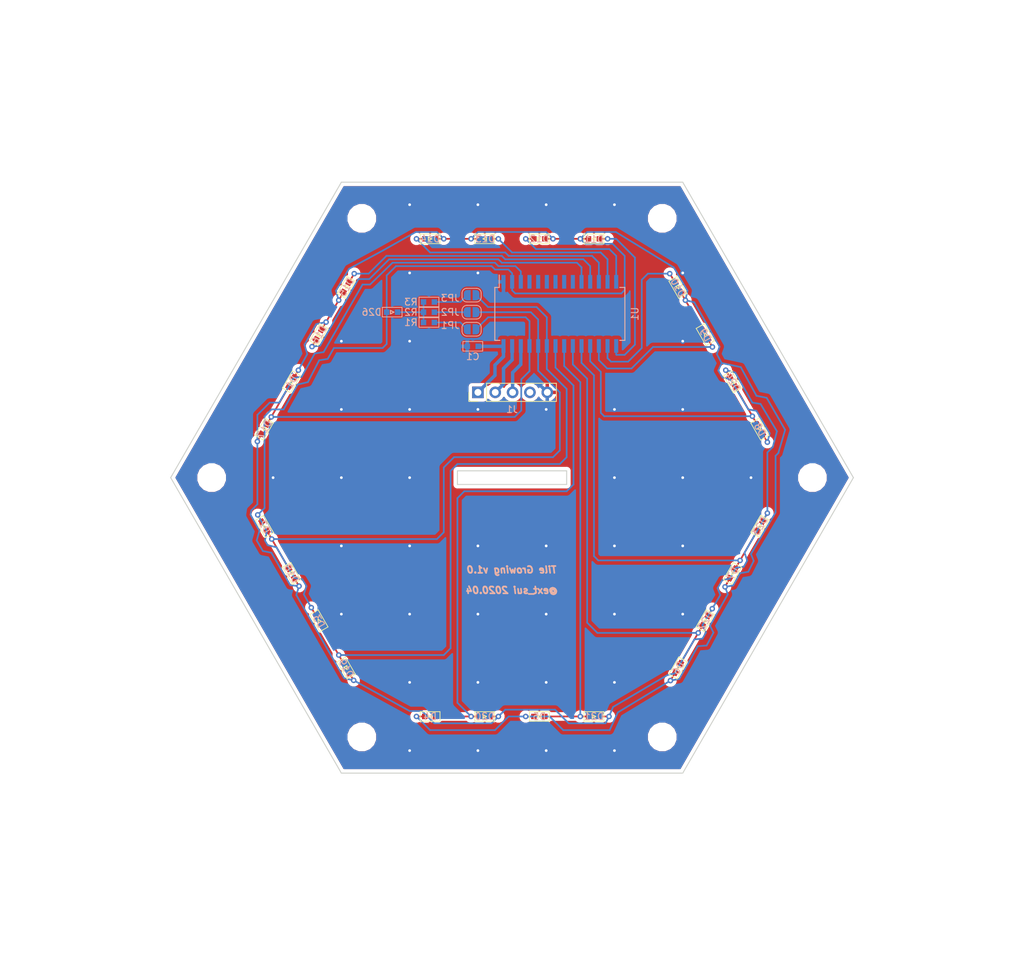
<source format=kicad_pcb>
(kicad_pcb (version 20171130) (host pcbnew "(5.0.2)-1")
  (layers (0 F.Cu signal) (31 B.Cu signal) (34 B.Paste user) (35 F.Paste user) (36 B.SilkS user) (37 F.SilkS user) (38 B.Mask user) (39 F.Mask user) (44 Edge.Cuts user))
  (net 0 "")
  (net 1 GND)
  (net 2 "Net-(D1-Pad1)")
  (net 3 "Net-(D1-Pad2)")
  (net 4 "Net-(D10-Pad2)")
  (net 5 "Net-(D11-Pad2)")
  (net 6 "Net-(JP1-Pad1)")
  (net 7 "Net-(JP2-Pad1)")
  (net 8 "Net-(JP3-Pad1)")
  (net 9 SCL)
  (net 10 SDA)
  (net 11 "Net-(U1-Pad4)")
  (net 12 "Net-(U1-Pad5)")
  (net 13 "Net-(U1-Pad6)")
  (net 14 "Net-(U1-Pad7)")
  (net 15 "Net-(U1-Pad8)")
  (net 16 "Net-(U1-Pad9)")
  (net 17 "Net-(D18-Pad2)")
  (net 18 "Net-(D19-Pad2)")
  (net 19 "Net-(D12-Pad2)")
  (net 20 "Net-(D13-Pad2)")
  (net 21 "Net-(D14-Pad2)")
  (net 22 "Net-(D15-Pad2)")
  (net 23 "Net-(D20-Pad2)")
  (net 24 "Net-(D21-Pad2)")
  (net 25 "Net-(D22-Pad2)")
  (net 26 "Net-(D23-Pad2)")
  (net 27 "Net-(D24-Pad2)")
  (net 28 "Net-(D16-Pad2)")
  (net 29 "Net-(D17-Pad1)")
  (net 30 "Net-(D26-Pad1)")
  (net 31 +5V)
  (net 32 "Net-(D9-Pad2)")
  (net 33 "Net-(J1-Pad4)")
  (module Package_SO:SOIC-28W_7.5x18.7mm_P1.27mm (layer B.Cu) (at 137 81 270)
    (fp_text reference U1 (at 0 -11 270) (layer B.SilkS) (effects (justify mirror)))
    (fp_text value HT16K33-28SOP)
    (pad 1 smd rect (at -4.7 8.255 270) (size 2 0.6) (layers B.Cu B.Paste B.Mask) (net 1 GND))
    (pad 2 smd rect (at -4.7 6.985 270) (size 2 0.6) (layers B.Cu B.Paste B.Mask) (net 2 "Net-(D1-Pad1)"))
    (pad 3 smd rect (at -4.7 5.715 270) (size 2 0.6) (layers B.Cu B.Paste B.Mask) (net 29 "Net-(D17-Pad1)"))
    (pad 4 smd rect (at -4.7 4.445 270) (size 2 0.6) (layers B.Cu B.Paste B.Mask) (net 11 "Net-(U1-Pad4)"))
    (pad 5 smd rect (at -4.7 3.175 270) (size 2 0.6) (layers B.Cu B.Paste B.Mask) (net 12 "Net-(U1-Pad5)"))
    (pad 6 smd rect (at -4.7 1.905 270) (size 2 0.6) (layers B.Cu B.Paste B.Mask) (net 13 "Net-(U1-Pad6)"))
    (pad 7 smd rect (at -4.7 0.635 270) (size 2 0.6) (layers B.Cu B.Paste B.Mask) (net 14 "Net-(U1-Pad7)"))
    (pad 8 smd rect (at -4.7 -0.635 270) (size 2 0.6) (layers B.Cu B.Paste B.Mask) (net 15 "Net-(U1-Pad8)"))
    (pad 9 smd rect (at -4.7 -1.905 270) (size 2 0.6) (layers B.Cu B.Paste B.Mask) (net 16 "Net-(U1-Pad9)"))
    (pad 10 smd rect (at -4.7 -3.175 270) (size 2 0.6) (layers B.Cu B.Paste B.Mask) (net 28 "Net-(D16-Pad2)"))
    (pad 11 smd rect (at -4.7 -4.445 270) (size 2 0.6) (layers B.Cu B.Paste B.Mask) (net 22 "Net-(D15-Pad2)"))
    (pad 12 smd rect (at -4.7 -5.715 270) (size 2 0.6) (layers B.Cu B.Paste B.Mask) (net 21 "Net-(D14-Pad2)"))
    (pad 13 smd rect (at -4.7 -6.985 270) (size 2 0.6) (layers B.Cu B.Paste B.Mask) (net 20 "Net-(D13-Pad2)"))
    (pad 14 smd rect (at -4.7 -8.255 270) (size 2 0.6) (layers B.Cu B.Paste B.Mask) (net 19 "Net-(D12-Pad2)"))
    (pad 15 smd rect (at 4.7 -8.255 270) (size 2 0.6) (layers B.Cu B.Paste B.Mask) (net 5 "Net-(D11-Pad2)"))
    (pad 16 smd rect (at 4.7 -6.985 270) (size 2 0.6) (layers B.Cu B.Paste B.Mask) (net 4 "Net-(D10-Pad2)"))
    (pad 17 smd rect (at 4.7 -5.715 270) (size 2 0.6) (layers B.Cu B.Paste B.Mask) (net 32 "Net-(D9-Pad2)"))
    (pad 18 smd rect (at 4.7 -4.445 270) (size 2 0.6) (layers B.Cu B.Paste B.Mask) (net 27 "Net-(D24-Pad2)"))
    (pad 19 smd rect (at 4.7 -3.175 270) (size 2 0.6) (layers B.Cu B.Paste B.Mask) (net 26 "Net-(D23-Pad2)"))
    (pad 20 smd rect (at 4.7 -1.905 270) (size 2 0.6) (layers B.Cu B.Paste B.Mask) (net 25 "Net-(D22-Pad2)"))
    (pad 21 smd rect (at 4.7 -0.635 270) (size 2 0.6) (layers B.Cu B.Paste B.Mask) (net 24 "Net-(D21-Pad2)"))
    (pad 22 smd rect (at 4.7 0.635 270) (size 2 0.6) (layers B.Cu B.Paste B.Mask) (net 23 "Net-(D20-Pad2)"))
    (pad 23 smd rect (at 4.7 1.905 270) (size 2 0.6) (layers B.Cu B.Paste B.Mask) (net 18 "Net-(D19-Pad2)"))
    (pad 24 smd rect (at 4.7 3.175 270) (size 2 0.6) (layers B.Cu B.Paste B.Mask) (net 17 "Net-(D18-Pad2)"))
    (pad 25 smd rect (at 4.7 4.445 270) (size 2 0.6) (layers B.Cu B.Paste B.Mask) (net 3 "Net-(D1-Pad2)"))
    (pad 26 smd rect (at 4.7 5.715 270) (size 2 0.6) (layers B.Cu B.Paste B.Mask) (net 9 SCL))
    (pad 27 smd rect (at 4.7 6.985 270) (size 2 0.6) (layers B.Cu B.Paste B.Mask) (net 10 SDA))
    (pad 28 smd rect (at 4.7 8.255 270) (size 2 0.6) (layers B.Cu B.Paste B.Mask) (net 31 +5V))
  )
  (module Connector_PinHeader_2.54mm:PinHeader_1x05_P2.54mm_Vertical (layer F.Cu) (at 125 92.5 90)
    (fp_text reference J1 (at -2.5 5) (layer B.SilkS) (effects (justify mirror)))
    (fp_text value Conn_01x05_Male)
    (pad 1 thru_hole rect (at 0 0 90) (size 1.7 1.7) (drill 1) (layers *.Cu *.Mask) (net 31 +5V))
    (pad 2 thru_hole oval (at 0 2.54 90) (size 1.7 1.7) (drill 1) (layers *.Cu *.Mask) (net 10 SDA))
    (pad 3 thru_hole oval (at 0 5.08 90) (size 1.7 1.7) (drill 1) (layers *.Cu *.Mask) (net 9 SCL))
    (pad 4 thru_hole oval (at 0 7.62 90) (size 1.7 1.7) (drill 1) (layers *.Cu *.Mask) (net 33 "Net-(J1-Pad4)"))
    (pad 5 thru_hole oval (at 0 10.16 90) (size 1.7 1.7) (drill 1) (layers *.Cu *.Mask) (net 1 GND))
  )
  (module extsui:C_1608_HandSolderingCustom (layer B.Cu) (at 124.25 85.75 180)
    (fp_text reference C1 (at 0 -1.5 180) (layer B.SilkS) (effects (justify mirror)))
    (fp_text value 0.1u)
    (pad 1 smd rect (at -0.8 0 180) (size 0.8 0.8) (layers B.Cu B.Paste B.Mask) (net 31 +5V))
    (pad 2 smd rect (at 0.8 0 180) (size 0.8 0.8) (layers B.Cu B.Paste B.Mask) (net 1 GND))
  )
  (module extsui:LED_1608_HandSolderingCustom (layer B.Cu) (at 112.44013 80.746186 180)
    (fp_text reference D26 (at 3 0 180) (layer B.SilkS) (effects (justify mirror)))
    (fp_text value D)
    (pad 1 smd rect (at -0.8 0 180) (size 0.8 0.8) (layers B.Cu B.Paste B.Mask) (net 30 "Net-(D26-Pad1)"))
    (pad 2 smd rect (at 0.8 0 180) (size 0.8 0.8) (layers B.Cu B.Paste B.Mask) (net 2 "Net-(D1-Pad1)"))
  )
  (module Jumper:SolderJumper-2_P1.3mm_Open_RoundedPad1.0x1.5mm (layer B.Cu) (at 124.08013 83.253186)
    (fp_text reference JP1 (at -3.15 -0.567) (layer B.SilkS) (effects (justify mirror)))
    (fp_text value A2)
    (pad 2 smd custom (at 0.65 0) (size 1 0.5) (layers B.Cu B.Mask) (net 3 "Net-(D1-Pad2)") (options (clearance outline) (anchor rect)) (primitives (gr_circle (center 0 -0.25) (end 0.5 -0.25) (width 0)) (gr_circle (center 0 0.25) (end 0.5 0.25) (width 0)) (gr_poly (pts (xy 0 0.75) (xy -0.5 0.75) (xy -0.5 -0.75) (xy 0 -0.75)) (width 0))))
    (pad 1 smd custom (at -0.65 0) (size 1 0.5) (layers B.Cu B.Mask) (net 6 "Net-(JP1-Pad1)") (options (clearance outline) (anchor rect)) (primitives (gr_circle (center 0 -0.25) (end 0.5 -0.25) (width 0)) (gr_circle (center 0 0.25) (end 0.5 0.25) (width 0)) (gr_poly (pts (xy 0 0.75) (xy 0.5 0.75) (xy 0.5 -0.75) (xy 0 -0.75)) (width 0))))
  )
  (module Jumper:SolderJumper-2_P1.3mm_Open_RoundedPad1.0x1.5mm (layer B.Cu) (at 124.08013 80.753186)
    (fp_text reference JP2 (at -3.15 0) (layer B.SilkS) (effects (justify mirror)))
    (fp_text value A1)
    (pad 1 smd custom (at -0.65 0) (size 1 0.5) (layers B.Cu B.Mask) (net 7 "Net-(JP2-Pad1)") (options (clearance outline) (anchor rect)) (primitives (gr_circle (center 0 -0.25) (end 0.5 -0.25) (width 0)) (gr_circle (center 0 0.25) (end 0.5 0.25) (width 0)) (gr_poly (pts (xy 0 0.75) (xy 0.5 0.75) (xy 0.5 -0.75) (xy 0 -0.75)) (width 0))))
    (pad 2 smd custom (at 0.65 0) (size 1 0.5) (layers B.Cu B.Mask) (net 17 "Net-(D18-Pad2)") (options (clearance outline) (anchor rect)) (primitives (gr_circle (center 0 -0.25) (end 0.5 -0.25) (width 0)) (gr_circle (center 0 0.25) (end 0.5 0.25) (width 0)) (gr_poly (pts (xy 0 0.75) (xy -0.5 0.75) (xy -0.5 -0.75) (xy 0 -0.75)) (width 0))))
  )
  (module Jumper:SolderJumper-2_P1.3mm_Open_RoundedPad1.0x1.5mm (layer B.Cu) (at 124.08013 78.253186)
    (fp_text reference JP3 (at -3.15 0.433) (layer B.SilkS) (effects (justify mirror)))
    (fp_text value A0)
    (pad 2 smd custom (at 0.65 0) (size 1 0.5) (layers B.Cu B.Mask) (net 18 "Net-(D19-Pad2)") (options (clearance outline) (anchor rect)) (primitives (gr_circle (center 0 -0.25) (end 0.5 -0.25) (width 0)) (gr_circle (center 0 0.25) (end 0.5 0.25) (width 0)) (gr_poly (pts (xy 0 0.75) (xy -0.5 0.75) (xy -0.5 -0.75) (xy 0 -0.75)) (width 0))))
    (pad 1 smd custom (at -0.65 0) (size 1 0.5) (layers B.Cu B.Mask) (net 8 "Net-(JP3-Pad1)") (options (clearance outline) (anchor rect)) (primitives (gr_circle (center 0 -0.25) (end 0.5 -0.25) (width 0)) (gr_circle (center 0 0.25) (end 0.5 0.25) (width 0)) (gr_poly (pts (xy 0 0.75) (xy 0.5 0.75) (xy 0.5 -0.75) (xy 0 -0.75)) (width 0))))
  )
  (module extsui:R_1608_HandSolderingCustom (layer B.Cu) (at 117.83013 82.253186 180)
    (fp_text reference R1 (at 2.65 0 180) (layer B.SilkS) (effects (justify mirror)))
    (fp_text value 39k)
    (pad 2 smd rect (at 0.8 0 180) (size 0.8 0.8) (layers B.Cu B.Paste B.Mask) (net 30 "Net-(D26-Pad1)"))
    (pad 1 smd rect (at -0.8 0 180) (size 0.8 0.8) (layers B.Cu B.Paste B.Mask) (net 6 "Net-(JP1-Pad1)"))
  )
  (module extsui:R_1608_HandSolderingCustom (layer B.Cu) (at 117.83013 80.753186 180)
    (fp_text reference R2 (at 2.65 0 180) (layer B.SilkS) (effects (justify mirror)))
    (fp_text value 39k)
    (pad 2 smd rect (at 0.8 0 180) (size 0.8 0.8) (layers B.Cu B.Paste B.Mask) (net 30 "Net-(D26-Pad1)"))
    (pad 1 smd rect (at -0.8 0 180) (size 0.8 0.8) (layers B.Cu B.Paste B.Mask) (net 7 "Net-(JP2-Pad1)"))
  )
  (module extsui:R_1608_HandSolderingCustom (layer B.Cu) (at 117.83013 79.253186 180)
    (fp_text reference R3 (at 2.65 0 180) (layer B.SilkS) (effects (justify mirror)))
    (fp_text value 39k)
    (pad 1 smd rect (at -0.8 0 180) (size 0.8 0.8) (layers B.Cu B.Paste B.Mask) (net 8 "Net-(JP3-Pad1)"))
    (pad 2 smd rect (at 0.8 0 180) (size 0.8 0.8) (layers B.Cu B.Paste B.Mask) (net 30 "Net-(D26-Pad1)"))
  )
  (module MountingHole:MountingHole_3.2mm_M3 (layer F.Cu) (at 108 143)
    (fp_text reference H1 hide)
    (fp_text value MountingHole)
    (pad 1 np_thru_hole circle (at 0 0) (size 3.2 3.2) (drill 3.2) (layers *.Cu *.Mask))
  )
  (module MountingHole:MountingHole_3.2mm_M3 (layer F.Cu) (at 152 143)
    (fp_text reference H2 hide)
    (fp_text value MountingHole)
    (pad 1 np_thru_hole circle (at 0 0) (size 3.2 3.2) (drill 3.2) (layers *.Cu *.Mask))
  )
  (module MountingHole:MountingHole_3.2mm_M3 (layer F.Cu) (at 174 105)
    (fp_text reference H3 hide)
    (fp_text value MountingHole)
    (pad 1 np_thru_hole circle (at 0 0) (size 3.2 3.2) (drill 3.2) (layers *.Cu *.Mask))
  )
  (module MountingHole:MountingHole_3.2mm_M3 (layer F.Cu) (at 152 67)
    (fp_text reference H4 hide)
    (fp_text value MountingHole)
    (pad 1 np_thru_hole circle (at 0 0) (size 3.2 3.2) (drill 3.2) (layers *.Cu *.Mask))
  )
  (module MountingHole:MountingHole_3.2mm_M3 (layer F.Cu) (at 108 67)
    (fp_text reference H5 hide)
    (fp_text value MountingHole)
    (pad 1 np_thru_hole circle (at 0 0) (size 3.2 3.2) (drill 3.2) (layers *.Cu *.Mask))
  )
  (module MountingHole:MountingHole_3.2mm_M3 (layer F.Cu) (at 86 105)
    (fp_text reference H6 hide)
    (fp_text value MountingHole)
    (pad 1 np_thru_hole circle (at 0 0) (size 3.2 3.2) (drill 3.2) (layers *.Cu *.Mask))
  )
  (module extsui:LED_1608_HandSolderingCustom (layer F.Cu) (at 97.7 90.964102 240)
    (fp_text reference D1 (at 0.031089 -0.017949 240) (layer B.SilkS) (effects (justify mirror)))
    (fp_text value LED)
    (pad 2 smd rect (at 0.8 0 240) (size 0.8 0.8) (layers F.Cu F.Paste F.Mask) (net 3 "Net-(D1-Pad2)"))
    (pad 1 smd rect (at -0.8 0 240) (size 0.8 0.8) (layers F.Cu F.Paste F.Mask) (net 2 "Net-(D1-Pad1)"))
  )
  (module extsui:LED_1608_HandSolderingCustom (layer F.Cu) (at 93.7375 112.154346 300)
    (fp_text reference D2 (at 0.045788 0.012002 300) (layer B.SilkS) (effects (justify mirror)))
    (fp_text value LED)
    (pad 2 smd rect (at 0.8 0 300) (size 0.8 0.8) (layers F.Cu F.Paste F.Mask) (net 17 "Net-(D18-Pad2)"))
    (pad 1 smd rect (at -0.8 0 300) (size 0.8 0.8) (layers F.Cu F.Paste F.Mask) (net 2 "Net-(D1-Pad1)"))
  )
  (module extsui:LED_1608_HandSolderingCustom (layer F.Cu) (at 101.7125 125.967451 300)
    (fp_text reference D3 (at 0.06524 0.0521 300) (layer B.SilkS) (effects (justify mirror)))
    (fp_text value LED)
    (pad 1 smd rect (at -0.8 0 300) (size 0.8 0.8) (layers F.Cu F.Paste F.Mask) (net 2 "Net-(D1-Pad1)"))
    (pad 2 smd rect (at 0.8 0 300) (size 0.8 0.8) (layers F.Cu F.Paste F.Mask) (net 18 "Net-(D19-Pad2)"))
  )
  (module extsui:LED_1608_HandSolderingCustom (layer F.Cu) (at 118 140)
    (fp_text reference D4 (at 0 0) (layer B.SilkS) (effects (justify mirror)))
    (fp_text value LED)
    (pad 1 smd rect (at -0.8 0) (size 0.8 0.8) (layers F.Cu F.Paste F.Mask) (net 2 "Net-(D1-Pad1)"))
    (pad 2 smd rect (at 0.8 0) (size 0.8 0.8) (layers F.Cu F.Paste F.Mask) (net 23 "Net-(D20-Pad2)"))
  )
  (module extsui:LED_1608_HandSolderingCustom (layer F.Cu) (at 134 140)
    (fp_text reference D5 (at 0 0) (layer B.SilkS) (effects (justify mirror)))
    (fp_text value LED)
    (pad 2 smd rect (at 0.8 0) (size 0.8 0.8) (layers F.Cu F.Paste F.Mask) (net 24 "Net-(D21-Pad2)"))
    (pad 1 smd rect (at -0.8 0) (size 0.8 0.8) (layers F.Cu F.Paste F.Mask) (net 2 "Net-(D1-Pad1)"))
  )
  (module extsui:LED_1608_HandSolderingCustom (layer F.Cu) (at 154.3 132.892305 60)
    (fp_text reference D6 (at 0.018336 0.047149 60) (layer B.SilkS) (effects (justify mirror)))
    (fp_text value LED)
    (pad 2 smd rect (at 0.8 0 60) (size 0.8 0.8) (layers F.Cu F.Paste F.Mask) (net 25 "Net-(D22-Pad2)"))
    (pad 1 smd rect (at -0.8 0 60) (size 0.8 0.8) (layers F.Cu F.Paste F.Mask) (net 2 "Net-(D1-Pad1)"))
  )
  (module extsui:LED_1608_HandSolderingCustom (layer F.Cu) (at 162.3 119.035898 60)
    (fp_text reference D7 (at 0.012787 0.050352 60) (layer B.SilkS) (effects (justify mirror)))
    (fp_text value LED)
    (pad 1 smd rect (at -0.8 0 60) (size 0.8 0.8) (layers F.Cu F.Paste F.Mask) (net 2 "Net-(D1-Pad1)"))
    (pad 2 smd rect (at 0.8 0 60) (size 0.8 0.8) (layers F.Cu F.Paste F.Mask) (net 26 "Net-(D23-Pad2)"))
  )
  (module extsui:LED_1608_HandSolderingCustom (layer F.Cu) (at 166.3 97.892305 120)
    (fp_text reference D8 (at -0.049965 -0.028848 120) (layer B.SilkS) (effects (justify mirror)))
    (fp_text value LED)
    (pad 1 smd rect (at -0.8 0 120) (size 0.8 0.8) (layers F.Cu F.Paste F.Mask) (net 2 "Net-(D1-Pad1)"))
    (pad 2 smd rect (at 0.8 0 120) (size 0.8 0.8) (layers F.Cu F.Paste F.Mask) (net 27 "Net-(D24-Pad2)"))
  )
  (module extsui:LED_1608_HandSolderingCustom (layer F.Cu) (at 158.3 84.035898 300)
    (fp_text reference D9 (at 0.055514 0.032051 300) (layer B.SilkS) (effects (justify mirror)))
    (fp_text value LED)
    (pad 2 smd rect (at 0.8 0 300) (size 0.8 0.8) (layers F.Cu F.Paste F.Mask) (net 32 "Net-(D9-Pad2)"))
    (pad 1 smd rect (at -0.8 0 300) (size 0.8 0.8) (layers F.Cu F.Paste F.Mask) (net 2 "Net-(D1-Pad1)"))
  )
  (module extsui:LED_1608_HandSolderingCustom (layer F.Cu) (at 154.3 77.107695 120)
    (fp_text reference D10 (at -0.036637 -0.021153 120) (layer B.SilkS) (effects (justify mirror)))
    (fp_text value LED)
    (pad 2 smd rect (at 0.8 0 120) (size 0.8 0.8) (layers F.Cu F.Paste F.Mask) (net 4 "Net-(D10-Pad2)"))
    (pad 1 smd rect (at -0.8 0 120) (size 0.8 0.8) (layers F.Cu F.Paste F.Mask) (net 2 "Net-(D1-Pad1)"))
  )
  (module extsui:LED_1608_HandSolderingCustom (layer F.Cu) (at 142 70)
    (fp_text reference D11 (at 0 0.05) (layer B.SilkS) (effects (justify mirror)))
    (fp_text value LED)
    (pad 2 smd rect (at 0.8 0) (size 0.8 0.8) (layers F.Cu F.Paste F.Mask) (net 5 "Net-(D11-Pad2)"))
    (pad 1 smd rect (at -0.8 0) (size 0.8 0.8) (layers F.Cu F.Paste F.Mask) (net 2 "Net-(D1-Pad1)"))
  )
  (module extsui:LED_1608_HandSolderingCustom (layer F.Cu) (at 134 70 180)
    (fp_text reference D12 (at 0 0 180) (layer B.SilkS) (effects (justify mirror)))
    (fp_text value LED)
    (pad 1 smd rect (at -0.8 0 180) (size 0.8 0.8) (layers F.Cu F.Paste F.Mask) (net 2 "Net-(D1-Pad1)"))
    (pad 2 smd rect (at 0.8 0 180) (size 0.8 0.8) (layers F.Cu F.Paste F.Mask) (net 19 "Net-(D12-Pad2)"))
  )
  (module extsui:LED_1608_HandSolderingCustom (layer F.Cu) (at 126 70)
    (fp_text reference D13 (at 0.05 0) (layer B.SilkS) (effects (justify mirror)))
    (fp_text value LED)
    (pad 1 smd rect (at -0.8 0) (size 0.8 0.8) (layers F.Cu F.Paste F.Mask) (net 2 "Net-(D1-Pad1)"))
    (pad 2 smd rect (at 0.8 0) (size 0.8 0.8) (layers F.Cu F.Paste F.Mask) (net 20 "Net-(D13-Pad2)"))
  )
  (module extsui:LED_1608_HandSolderingCustom (layer F.Cu) (at 118 70 180)
    (fp_text reference D14 (at 0 0 180) (layer B.SilkS) (effects (justify mirror)))
    (fp_text value LED)
    (pad 2 smd rect (at 0.8 0 180) (size 0.8 0.8) (layers F.Cu F.Paste F.Mask) (net 21 "Net-(D14-Pad2)"))
    (pad 1 smd rect (at -0.8 0 180) (size 0.8 0.8) (layers F.Cu F.Paste F.Mask) (net 2 "Net-(D1-Pad1)"))
  )
  (module extsui:LED_1608_HandSolderingCustom (layer F.Cu) (at 105.7 77.107695 60)
    (fp_text reference D15 (at 0.031664 0.039454 60) (layer B.SilkS) (effects (justify mirror)))
    (fp_text value LED)
    (pad 1 smd rect (at -0.8 0 60) (size 0.8 0.8) (layers F.Cu F.Paste F.Mask) (net 2 "Net-(D1-Pad1)"))
    (pad 2 smd rect (at 0.8 0 60) (size 0.8 0.8) (layers F.Cu F.Paste F.Mask) (net 22 "Net-(D15-Pad2)"))
  )
  (module extsui:LED_1608_HandSolderingCustom (layer F.Cu) (at 101.7 84.035898 240)
    (fp_text reference D16 (at -0.012787 -0.050352 240) (layer B.SilkS) (effects (justify mirror)))
    (fp_text value LED)
    (pad 1 smd rect (at -0.8 0 240) (size 0.8 0.8) (layers F.Cu F.Paste F.Mask) (net 2 "Net-(D1-Pad1)"))
    (pad 2 smd rect (at 0.8 0 240) (size 0.8 0.8) (layers F.Cu F.Paste F.Mask) (net 28 "Net-(D16-Pad2)"))
  )
  (module extsui:LED_1608_HandSolderingCustom (layer F.Cu) (at 93.7 97.892305 60)
    (fp_text reference D17 (at 0.018336 0.047149 60) (layer B.SilkS) (effects (justify mirror)))
    (fp_text value LED)
    (pad 2 smd rect (at 0.8 0 60) (size 0.8 0.8) (layers F.Cu F.Paste F.Mask) (net 3 "Net-(D1-Pad2)"))
    (pad 1 smd rect (at -0.8 0 60) (size 0.8 0.8) (layers F.Cu F.Paste F.Mask) (net 29 "Net-(D17-Pad1)"))
  )
  (module extsui:LED_1608_HandSolderingCustom (layer F.Cu) (at 97.7125 119.039248 120)
    (fp_text reference D18 (at -0.003062 -0.016201 120) (layer B.SilkS) (effects (justify mirror)))
    (fp_text value LED)
    (pad 2 smd rect (at 0.8 0 120) (size 0.8 0.8) (layers F.Cu F.Paste F.Mask) (net 17 "Net-(D18-Pad2)"))
    (pad 1 smd rect (at -0.8 0 120) (size 0.8 0.8) (layers F.Cu F.Paste F.Mask) (net 29 "Net-(D17-Pad1)"))
  )
  (module extsui:LED_1608_HandSolderingCustom (layer F.Cu) (at 105.7125 132.895654 120)
    (fp_text reference D19 (at -0.040815 -0.037998 120) (layer B.SilkS) (effects (justify mirror)))
    (fp_text value LED)
    (pad 1 smd rect (at -0.8 0 120) (size 0.8 0.8) (layers F.Cu F.Paste F.Mask) (net 29 "Net-(D17-Pad1)"))
    (pad 2 smd rect (at 0.8 0 120) (size 0.8 0.8) (layers F.Cu F.Paste F.Mask) (net 18 "Net-(D19-Pad2)"))
  )
  (module extsui:LED_1608_HandSolderingCustom (layer F.Cu) (at 126 140 180)
    (fp_text reference D20 (at 0 0 180) (layer B.SilkS) (effects (justify mirror)))
    (fp_text value LED)
    (pad 1 smd rect (at -0.8 0 180) (size 0.8 0.8) (layers F.Cu F.Paste F.Mask) (net 29 "Net-(D17-Pad1)"))
    (pad 2 smd rect (at 0.8 0 180) (size 0.8 0.8) (layers F.Cu F.Paste F.Mask) (net 23 "Net-(D20-Pad2)"))
  )
  (module extsui:LED_1608_HandSolderingCustom (layer F.Cu) (at 142 140 180)
    (fp_text reference D21 (at 0 0 180) (layer B.SilkS) (effects (justify mirror)))
    (fp_text value LED)
    (pad 2 smd rect (at 0.8 0 180) (size 0.8 0.8) (layers F.Cu F.Paste F.Mask) (net 24 "Net-(D21-Pad2)"))
    (pad 1 smd rect (at -0.8 0 180) (size 0.8 0.8) (layers F.Cu F.Paste F.Mask) (net 29 "Net-(D17-Pad1)"))
  )
  (module extsui:LED_1608_HandSolderingCustom (layer F.Cu) (at 158.3 125.964102 240)
    (fp_text reference D22 (at -0.037213 -0.03625 240) (layer B.SilkS) (effects (justify mirror)))
    (fp_text value LED)
    (pad 2 smd rect (at 0.8 0 240) (size 0.8 0.8) (layers F.Cu F.Paste F.Mask) (net 25 "Net-(D22-Pad2)"))
    (pad 1 smd rect (at -0.8 0 240) (size 0.8 0.8) (layers F.Cu F.Paste F.Mask) (net 29 "Net-(D17-Pad1)"))
  )
  (module extsui:LED_1608_HandSolderingCustom (layer F.Cu) (at 166.3 112.107695 240)
    (fp_text reference D23 (at -0.031664 -0.039454 240) (layer B.SilkS) (effects (justify mirror)))
    (fp_text value LED)
    (pad 1 smd rect (at -0.8 0 240) (size 0.8 0.8) (layers F.Cu F.Paste F.Mask) (net 29 "Net-(D17-Pad1)"))
    (pad 2 smd rect (at 0.8 0 240) (size 0.8 0.8) (layers F.Cu F.Paste F.Mask) (net 26 "Net-(D23-Pad2)"))
  )
  (module extsui:LED_1608_HandSolderingCustom (layer F.Cu) (at 162.3 90.964102 300)
    (fp_text reference D24 (at 0.031089 0.017949 300) (layer B.SilkS) (effects (justify mirror)))
    (fp_text value LED)
    (pad 1 smd rect (at -0.8 0 300) (size 0.8 0.8) (layers F.Cu F.Paste F.Mask) (net 29 "Net-(D17-Pad1)"))
    (pad 2 smd rect (at 0.8 0 300) (size 0.8 0.8) (layers F.Cu F.Paste F.Mask) (net 27 "Net-(D24-Pad2)"))
  )
  (gr_line (start 138 106) (end 138 104) (layer Edge.Cuts) (width 0.15))
  (gr_line (start 122 106) (end 138 106) (layer Edge.Cuts) (width 0.15))
  (gr_line (start 122 104) (end 122 106) (layer Edge.Cuts) (width 0.15))
  (gr_line (start 138 104) (end 122 104) (layer Edge.Cuts) (width 0.15))
  (gr_line (start 105 148.30127) (end 155 148.30127) (layer Edge.Cuts) (width 0.15))
  (gr_line (start 155 148.30127) (end 180 105) (layer Edge.Cuts) (width 0.15))
  (gr_text "@ext_sui 2020.04" (at 130 121.5) (layer B.SilkS) (effects (font (size 1 1) (thickness 0.25) italic) (justify mirror)))
  (gr_text "Tile Growing v1.0" (at 130 118.5) (layer B.SilkS) (effects (font (size 1 1) (thickness 0.25) italic) (justify mirror)))
  (gr_line (start 105 61.69873) (end 155 61.69873) (layer Edge.Cuts) (width 0.15))
  (gr_line (start 155 61.69873) (end 180 105) (layer Edge.Cuts) (width 0.15))
  (gr_line (start 105 148.30127) (end 80 105) (layer Edge.Cuts) (width 0.15))
  (gr_line (start 80 105) (end 105 61.69873) (layer Edge.Cuts) (width 0.15))
  (via (at 145 145) (size 0.8) (drill 0.4) (layers F.Cu B.Cu) (net 1))
  (via (at 135 145) (size 0.8) (drill 0.4) (layers F.Cu B.Cu) (net 1))
  (via (at 125 145) (size 0.8) (drill 0.4) (layers F.Cu B.Cu) (net 1))
  (via (at 115 145) (size 0.8) (drill 0.4) (layers F.Cu B.Cu) (net 1))
  (via (at 145 135) (size 0.8) (drill 0.4) (layers F.Cu B.Cu) (net 1))
  (via (at 135 135) (size 0.8) (drill 0.4) (layers F.Cu B.Cu) (net 1))
  (via (at 125 135) (size 0.8) (drill 0.4) (layers F.Cu B.Cu) (net 1))
  (via (at 115 135) (size 0.8) (drill 0.4) (layers F.Cu B.Cu) (net 1))
  (via (at 125 125) (size 0.8) (drill 0.4) (layers F.Cu B.Cu) (net 1))
  (via (at 115 125) (size 0.8) (drill 0.4) (layers F.Cu B.Cu) (net 1))
  (via (at 145 125) (size 0.8) (drill 0.4) (layers F.Cu B.Cu) (net 1))
  (via (at 135 125) (size 0.8) (drill 0.4) (layers F.Cu B.Cu) (net 1))
  (via (at 145 115) (size 0.8) (drill 0.4) (layers F.Cu B.Cu) (net 1))
  (via (at 115 115) (size 0.8) (drill 0.4) (layers F.Cu B.Cu) (net 1))
  (via (at 125 115) (size 0.8) (drill 0.4) (layers F.Cu B.Cu) (net 1))
  (via (at 135 115) (size 0.8) (drill 0.4) (layers F.Cu B.Cu) (net 1))
  (via (at 155 125) (size 0.8) (drill 0.4) (layers F.Cu B.Cu) (net 1))
  (via (at 155 115) (size 0.8) (drill 0.4) (layers F.Cu B.Cu) (net 1))
  (via (at 155 105) (size 0.8) (drill 0.4) (layers F.Cu B.Cu) (net 1))
  (via (at 145 105) (size 0.8) (drill 0.4) (layers F.Cu B.Cu) (net 1))
  (via (at 145 95) (size 0.8) (drill 0.4) (layers F.Cu B.Cu) (net 1))
  (via (at 155 95) (size 0.8) (drill 0.4) (layers F.Cu B.Cu) (net 1))
  (via (at 165 105) (size 0.8) (drill 0.4) (layers F.Cu B.Cu) (net 1))
  (via (at 115 105) (size 0.8) (drill 0.4) (layers F.Cu B.Cu) (net 1))
  (via (at 105 105) (size 0.8) (drill 0.4) (layers F.Cu B.Cu) (net 1))
  (via (at 105 115) (size 0.8) (drill 0.4) (layers F.Cu B.Cu) (net 1))
  (via (at 105 125) (size 0.8) (drill 0.4) (layers F.Cu B.Cu) (net 1))
  (via (at 95 105) (size 0.8) (drill 0.4) (layers F.Cu B.Cu) (net 1))
  (via (at 105 95) (size 0.8) (drill 0.4) (layers F.Cu B.Cu) (net 1))
  (via (at 115 95) (size 0.8) (drill 0.4) (layers F.Cu B.Cu) (net 1))
  (via (at 115 85) (size 0.8) (drill 0.4) (layers F.Cu B.Cu) (net 1))
  (via (at 105 85) (size 0.8) (drill 0.4) (layers F.Cu B.Cu) (net 1))
  (via (at 115 65) (size 0.8) (drill 0.4) (layers F.Cu B.Cu) (net 1))
  (via (at 125 65) (size 0.8) (drill 0.4) (layers F.Cu B.Cu) (net 1))
  (via (at 135 65) (size 0.8) (drill 0.4) (layers F.Cu B.Cu) (net 1))
  (via (at 145 65) (size 0.8) (drill 0.4) (layers F.Cu B.Cu) (net 1))
  (via (at 155 85) (size 0.8) (drill 0.4) (layers F.Cu B.Cu) (net 1))
  (via (at 125 95) (size 0.8) (drill 0.4) (layers F.Cu B.Cu) (net 1))
  (via (at 135 95) (size 0.8) (drill 0.4) (layers F.Cu B.Cu) (net 1))
  (via (at 125 75) (size 0.8) (drill 0.4) (layers F.Cu B.Cu) (net 1))
  (via (at 115 75) (size 0.8) (drill 0.4) (layers F.Cu B.Cu) (net 1))
  (via (at 155 75) (size 0.8) (drill 0.4) (layers F.Cu B.Cu) (net 1))
  (segment (start 135.16 92.5) (end 133.46 90.8) (width 0.5) (layer B.Cu) (net 1))
  (via (at 132 140) (size 0.8) (drill 0.4) (layers F.Cu B.Cu) (net 2))
  (segment (start 133.2 140) (end 132 140) (width 0.25) (layer F.Cu) (net 2))
  (via (at 116 140) (size 0.8) (drill 0.4) (layers F.Cu B.Cu) (net 2))
  (segment (start 116 140) (end 117.2 140) (width 0.25) (layer F.Cu) (net 2))
  (segment (start 101.3125 125.274631) (end 100.6 124.05) (width 0.25) (layer F.Cu) (net 2))
  (via (at 100.6 124.05) (size 0.8) (drill 0.4) (layers F.Cu B.Cu) (net 2))
  (via (at 92.75 110.45) (size 0.8) (drill 0.4) (layers F.Cu B.Cu) (net 2))
  (segment (start 93.3375 111.461526) (end 92.75 110.45) (width 0.25) (layer F.Cu) (net 2))
  (segment (start 153.9 133.585125) (end 153.2 134.740046) (width 0.25) (layer F.Cu) (net 2))
  (via (at 153.2 134.740046) (size 0.8) (drill 0.4) (layers F.Cu B.Cu) (net 2))
  (segment (start 94.1 112.9) (end 92.75 110.45) (width 0.25) (layer B.Cu) (net 2))
  (segment (start 93.8 114.2) (end 94.1 112.9) (width 0.25) (layer B.Cu) (net 2))
  (segment (start 99.5 122.1) (end 99.9 120.9) (width 0.25) (layer B.Cu) (net 2))
  (segment (start 94.2 114.9) (end 93.8 114.2) (width 0.25) (layer B.Cu) (net 2))
  (segment (start 100.6 124.05) (end 99.5 122.1) (width 0.25) (layer B.Cu) (net 2))
  (segment (start 99.9 120.9) (end 99.3 119.9) (width 0.25) (layer B.Cu) (net 2))
  (segment (start 99.3 119.9) (end 98.1 119.7) (width 0.25) (layer B.Cu) (net 2))
  (segment (start 98.1 119.7) (end 95.5 115.2) (width 0.25) (layer B.Cu) (net 2))
  (segment (start 95.5 115.2) (end 94.2 114.9) (width 0.25) (layer B.Cu) (net 2))
  (segment (start 125.2 70) (end 124 70) (width 0.25) (layer F.Cu) (net 2))
  (via (at 136 70) (size 0.8) (drill 0.4) (layers F.Cu B.Cu) (net 2))
  (segment (start 136 70) (end 134.8 70) (width 0.25) (layer F.Cu) (net 2))
  (via (at 140 70) (size 0.8) (drill 0.4) (layers F.Cu B.Cu) (net 2))
  (segment (start 140 70) (end 136 70) (width 0.25) (layer F.Cu) (net 2))
  (segment (start 141.2 70) (end 140 70) (width 0.25) (layer F.Cu) (net 2))
  (segment (start 98.1 90.271282) (end 98.706317 89.25) (width 0.25) (layer F.Cu) (net 2))
  (via (at 98.706317 89.25) (size 0.8) (drill 0.4) (layers F.Cu B.Cu) (net 2))
  (via (at 102.759957 82.2) (size 0.8) (drill 0.4) (layers F.Cu B.Cu) (net 2))
  (segment (start 102.1 83.343078) (end 102.759957 82.2) (width 0.25) (layer F.Cu) (net 2))
  (via (at 120 70) (size 0.8) (drill 0.4) (layers F.Cu B.Cu) (net 2))
  (segment (start 120 70) (end 118.8 70) (width 0.25) (layer F.Cu) (net 2))
  (segment (start 124 70) (end 120 70) (width 0.25) (layer F.Cu) (net 2))
  (via (at 104.607477 79) (size 0.8) (drill 0.4) (layers F.Cu B.Cu) (net 2))
  (segment (start 104.607477 79) (end 105.3 77.800515) (width 0.25) (layer F.Cu) (net 2))
  (segment (start 102.759957 82.2) (end 104.607477 79) (width 0.25) (layer F.Cu) (net 2))
  (via (at 155.392523 79) (size 0.8) (drill 0.4) (layers F.Cu B.Cu) (net 2))
  (segment (start 155.392523 79) (end 157.9 83.343078) (width 0.25) (layer F.Cu) (net 2))
  (segment (start 154.7 77.800515) (end 155.392523 79) (width 0.25) (layer F.Cu) (net 2))
  (segment (start 166.7 98.585125) (end 167.4 99.8) (width 0.25) (layer F.Cu) (net 2))
  (via (at 167.4 99.8) (size 0.8) (drill 0.4) (layers F.Cu B.Cu) (net 2))
  (segment (start 161.9 119.728718) (end 161.2 121) (width 0.25) (layer F.Cu) (net 2))
  (via (at 161.2 121) (size 0.8) (drill 0.4) (layers F.Cu B.Cu) (net 2))
  (via (at 124 70) (size 0.8) (drill 0.4) (layers F.Cu B.Cu) (net 2))
  (segment (start 167.75 98.5) (end 167.4 99.8) (width 0.25) (layer B.Cu) (net 2))
  (segment (start 165.8 95.2) (end 167.75 98.5) (width 0.25) (layer B.Cu) (net 2))
  (segment (start 164.6 95) (end 165.8 95.2) (width 0.25) (layer B.Cu) (net 2))
  (segment (start 160.8 90.3) (end 162 90.6) (width 0.25) (layer B.Cu) (net 2))
  (segment (start 156.7 79.3) (end 160.4 85.8) (width 0.25) (layer B.Cu) (net 2))
  (segment (start 155.392523 79) (end 156.7 79.3) (width 0.25) (layer B.Cu) (net 2))
  (segment (start 162 90.6) (end 164.6 95) (width 0.25) (layer B.Cu) (net 2))
  (segment (start 160.4 85.8) (end 160 86.9) (width 0.25) (layer B.Cu) (net 2))
  (segment (start 160 86.9) (end 160.7 88.2) (width 0.25) (layer B.Cu) (net 2))
  (segment (start 160.7 88.2) (end 160.2 89.3) (width 0.25) (layer B.Cu) (net 2))
  (segment (start 160.2 89.3) (end 160.8 90.3) (width 0.25) (layer B.Cu) (net 2))
  (segment (start 155.7 77.6) (end 155.392523 79) (width 0.25) (layer B.Cu) (net 2))
  (segment (start 153.7 74.2) (end 155.7 77.6) (width 0.25) (layer B.Cu) (net 2))
  (segment (start 145.2 69) (end 153.7 74.2) (width 0.25) (layer B.Cu) (net 2))
  (segment (start 140 70) (end 141 69) (width 0.25) (layer B.Cu) (net 2))
  (segment (start 141 69) (end 145.2 69) (width 0.25) (layer B.Cu) (net 2))
  (segment (start 163.5 88.8) (end 160.7 88.2) (width 0.25) (layer B.Cu) (net 2))
  (segment (start 167.3 93.3) (end 165.8 93) (width 0.25) (layer B.Cu) (net 2))
  (segment (start 170 98) (end 167.3 93.3) (width 0.25) (layer B.Cu) (net 2))
  (segment (start 168.6 101.8) (end 169 101.4) (width 0.25) (layer B.Cu) (net 2))
  (segment (start 165.8 93) (end 163.5 88.8) (width 0.25) (layer B.Cu) (net 2))
  (segment (start 168.6 110.1) (end 168.6 101.8) (width 0.25) (layer B.Cu) (net 2))
  (segment (start 161.2 121) (end 162.4 120.8) (width 0.25) (layer B.Cu) (net 2))
  (segment (start 169 101.4) (end 170 98) (width 0.25) (layer B.Cu) (net 2))
  (segment (start 163.4 119) (end 164.6 118.8) (width 0.25) (layer B.Cu) (net 2))
  (segment (start 164.6 118.8) (end 165.4 117.2) (width 0.25) (layer B.Cu) (net 2))
  (segment (start 162.4 120.8) (end 163.4 119) (width 0.25) (layer B.Cu) (net 2))
  (segment (start 165.4 117.2) (end 165 116.2) (width 0.25) (layer B.Cu) (net 2))
  (segment (start 165 116.2) (end 168.6 110.1) (width 0.25) (layer B.Cu) (net 2))
  (segment (start 161.6 122.1) (end 161.2 121) (width 0.25) (layer B.Cu) (net 2))
  (segment (start 153.2 134.740046) (end 154.5 134.5) (width 0.25) (layer B.Cu) (net 2))
  (segment (start 156.1 131.7) (end 157.2 129.7) (width 0.25) (layer B.Cu) (net 2))
  (segment (start 159 126.7) (end 161.6 122.1) (width 0.25) (layer B.Cu) (net 2))
  (segment (start 157.2 129.7) (end 158.5 129.6) (width 0.25) (layer B.Cu) (net 2))
  (segment (start 158.5 129.6) (end 159.5 127.7) (width 0.25) (layer B.Cu) (net 2))
  (segment (start 154.5 134.5) (end 156.1 131.7) (width 0.25) (layer B.Cu) (net 2))
  (segment (start 159.5 127.7) (end 159 126.7) (width 0.25) (layer B.Cu) (net 2))
  (segment (start 130.015 77.55) (end 130.015 76.3) (width 0.25) (layer B.Cu) (net 2))
  (segment (start 130.465 78) (end 130.015 77.55) (width 0.25) (layer B.Cu) (net 2))
  (segment (start 140 70) (end 140.725001 70.725001) (width 0.25) (layer B.Cu) (net 2))
  (segment (start 140.725001 70.725001) (end 144.725001 70.725001) (width 0.25) (layer B.Cu) (net 2))
  (segment (start 144.725001 70.725001) (end 146.5 72.5) (width 0.25) (layer B.Cu) (net 2))
  (segment (start 146.5 72.5) (end 146.5 77.5) (width 0.25) (layer B.Cu) (net 2))
  (segment (start 146.5 77.5) (end 146 78) (width 0.25) (layer B.Cu) (net 2))
  (segment (start 146 78) (end 130.465 78) (width 0.25) (layer B.Cu) (net 2))
  (segment (start 100 86.9) (end 99.6 85.5) (width 0.25) (layer B.Cu) (net 2))
  (segment (start 98.706317 89.25) (end 100 86.9) (width 0.25) (layer B.Cu) (net 2))
  (segment (start 99.6 85.5) (end 101.3 82.5) (width 0.25) (layer B.Cu) (net 2))
  (segment (start 101.3 82.5) (end 102.759957 82.2) (width 0.25) (layer B.Cu) (net 2))
  (segment (start 119 69) (end 120 70) (width 0.25) (layer B.Cu) (net 2))
  (segment (start 115.9 69) (end 119 69) (width 0.25) (layer B.Cu) (net 2))
  (segment (start 111.1 71.7) (end 115.9 69) (width 0.25) (layer B.Cu) (net 2))
  (segment (start 106.1 74.4) (end 111.1 71.7) (width 0.25) (layer B.Cu) (net 2))
  (segment (start 104.607477 79) (end 104.2 77.6) (width 0.25) (layer B.Cu) (net 2))
  (segment (start 104.2 77.6) (end 106.1 74.4) (width 0.25) (layer B.Cu) (net 2))
  (segment (start 98.6 91.35) (end 96.55 95) (width 0.25) (layer B.Cu) (net 2))
  (segment (start 100.1 91) (end 98.6 91.35) (width 0.25) (layer B.Cu) (net 2))
  (segment (start 111.64013 85.4) (end 111.04013 86) (width 0.25) (layer B.Cu) (net 2))
  (segment (start 96.55 95) (end 94.761785 95) (width 0.25) (layer B.Cu) (net 2))
  (segment (start 111.64013 80.746186) (end 111.64013 85.4) (width 0.25) (layer B.Cu) (net 2))
  (segment (start 111.04013 86) (end 103.9 86) (width 0.25) (layer B.Cu) (net 2))
  (segment (start 103.9 86) (end 103 87.6) (width 0.25) (layer B.Cu) (net 2))
  (segment (start 93.75 96.011785) (end 93.75 109.45) (width 0.25) (layer B.Cu) (net 2))
  (segment (start 94.761785 95) (end 93.75 96.011785) (width 0.25) (layer B.Cu) (net 2))
  (segment (start 103 87.6) (end 101.75 87.8) (width 0.25) (layer B.Cu) (net 2))
  (segment (start 93.75 109.45) (end 92.75 110.45) (width 0.25) (layer B.Cu) (net 2))
  (segment (start 101.75 87.8) (end 100.1 91) (width 0.25) (layer B.Cu) (net 2))
  (segment (start 130.015 75.05) (end 130.015 76.3) (width 0.25) (layer B.Cu) (net 2))
  (segment (start 111.64013 75.35987) (end 113 74) (width 0.25) (layer B.Cu) (net 2))
  (segment (start 111.64013 80.746186) (end 111.64013 75.35987) (width 0.25) (layer B.Cu) (net 2))
  (segment (start 113 74) (end 127 74) (width 0.25) (layer B.Cu) (net 2))
  (segment (start 127 74) (end 127.5 74.5) (width 0.25) (layer B.Cu) (net 2))
  (segment (start 127.5 74.5) (end 129.465 74.5) (width 0.25) (layer B.Cu) (net 2))
  (segment (start 129.465 74.5) (end 130.015 75.05) (width 0.25) (layer B.Cu) (net 2))
  (segment (start 124 70) (end 125 69) (width 0.25) (layer B.Cu) (net 2))
  (segment (start 125 69) (end 135 69) (width 0.25) (layer B.Cu) (net 2))
  (segment (start 135 69) (end 136 70) (width 0.25) (layer B.Cu) (net 2))
  (segment (start 145.5 139.4) (end 153.2 134.740046) (width 0.25) (layer B.Cu) (net 2))
  (segment (start 144.3 142) (end 145.5 139.4) (width 0.25) (layer B.Cu) (net 2))
  (segment (start 137.5 142) (end 144.3 142) (width 0.25) (layer B.Cu) (net 2))
  (segment (start 132 140) (end 135.5 140) (width 0.25) (layer B.Cu) (net 2))
  (segment (start 135.5 140) (end 137.5 142) (width 0.25) (layer B.Cu) (net 2))
  (segment (start 131 140) (end 132 140) (width 0.25) (layer B.Cu) (net 2))
  (segment (start 129.5 140) (end 131 140) (width 0.25) (layer B.Cu) (net 2))
  (segment (start 127.5 142) (end 129.5 140) (width 0.25) (layer B.Cu) (net 2))
  (segment (start 116 140) (end 118 142) (width 0.25) (layer B.Cu) (net 2))
  (segment (start 118 142) (end 127.5 142) (width 0.25) (layer B.Cu) (net 2))
  (via (at 94.734787 96.1) (size 0.8) (drill 0.4) (layers F.Cu B.Cu) (net 3))
  (segment (start 94.734787 96.1) (end 97.3 91.656922) (width 0.25) (layer F.Cu) (net 3))
  (segment (start 94.1 97.199485) (end 94.734787 96.1) (width 0.25) (layer F.Cu) (net 3))
  (segment (start 124.73013 83.253186) (end 125.983316 82) (width 0.25) (layer B.Cu) (net 3))
  (segment (start 125.983316 82) (end 126 82) (width 0.25) (layer B.Cu) (net 3))
  (segment (start 126 82) (end 126.5 81.5) (width 0.25) (layer B.Cu) (net 3))
  (segment (start 126.5 81.5) (end 132 81.5) (width 0.25) (layer B.Cu) (net 3))
  (segment (start 132.555 82.055) (end 132.555 85.7) (width 0.25) (layer B.Cu) (net 3))
  (segment (start 132 81.5) (end 132.555 82.055) (width 0.25) (layer B.Cu) (net 3))
  (segment (start 130.4 96.1) (end 109.9 96.1) (width 0.25) (layer B.Cu) (net 3))
  (segment (start 132.555 89.395) (end 131.35 90.6) (width 0.25) (layer B.Cu) (net 3))
  (segment (start 94.734787 96.1) (end 109.9 96.1) (width 0.25) (layer B.Cu) (net 3))
  (segment (start 131.35 91.25) (end 131.35 95.15) (width 0.25) (layer B.Cu) (net 3))
  (segment (start 131.35 95.15) (end 130.4 96.1) (width 0.25) (layer B.Cu) (net 3))
  (segment (start 131.35 90.6) (end 131.35 91.25) (width 0.25) (layer B.Cu) (net 3))
  (segment (start 131.35 91.25) (end 131.35 91.15) (width 0.25) (layer B.Cu) (net 3))
  (segment (start 132.555 85.7) (end 132.555 89.395) (width 0.25) (layer B.Cu) (net 3))
  (segment (start 153.9 76.414875) (end 153.1 75.1) (width 0.25) (layer F.Cu) (net 4))
  (via (at 153.1 75.1) (size 0.8) (drill 0.4) (layers F.Cu B.Cu) (net 4))
  (segment (start 149.9 75.1) (end 153.1 75.1) (width 0.25) (layer B.Cu) (net 4))
  (segment (start 143.985 85.7) (end 143.985 87.485) (width 0.25) (layer B.Cu) (net 4))
  (segment (start 144.5 88) (end 147 88) (width 0.25) (layer B.Cu) (net 4))
  (segment (start 147 88) (end 149 86) (width 0.25) (layer B.Cu) (net 4))
  (segment (start 143.985 87.485) (end 144.5 88) (width 0.25) (layer B.Cu) (net 4))
  (segment (start 149 86) (end 149 76) (width 0.25) (layer B.Cu) (net 4))
  (segment (start 149 76) (end 149.9 75.1) (width 0.25) (layer B.Cu) (net 4))
  (via (at 144 70) (size 0.8) (drill 0.4) (layers F.Cu B.Cu) (net 5))
  (segment (start 142.8 70) (end 144 70) (width 0.25) (layer F.Cu) (net 5))
  (segment (start 145.255 86.95) (end 145.255 85.7) (width 0.25) (layer B.Cu) (net 5))
  (segment (start 144 70) (end 145.25 70) (width 0.25) (layer B.Cu) (net 5))
  (segment (start 145.25 70) (end 148 72.75) (width 0.25) (layer B.Cu) (net 5))
  (segment (start 148 72.75) (end 148 85.5) (width 0.25) (layer B.Cu) (net 5))
  (segment (start 148 85.5) (end 146.5 87) (width 0.25) (layer B.Cu) (net 5))
  (segment (start 146.5 87) (end 145.305 87) (width 0.25) (layer B.Cu) (net 5))
  (segment (start 145.305 87) (end 145.255 86.95) (width 0.25) (layer B.Cu) (net 5))
  (segment (start 122.43013 82.253186) (end 123.43013 83.253186) (width 0.25) (layer B.Cu) (net 6))
  (segment (start 118.63013 82.253186) (end 122.43013 82.253186) (width 0.25) (layer B.Cu) (net 6))
  (segment (start 122.83013 80.753186) (end 118.63013 80.753186) (width 0.25) (layer B.Cu) (net 7))
  (segment (start 123.43013 80.753186) (end 122.83013 80.753186) (width 0.25) (layer B.Cu) (net 7))
  (segment (start 122.43013 79.253186) (end 123.43013 78.253186) (width 0.25) (layer B.Cu) (net 8))
  (segment (start 118.63013 79.253186) (end 122.43013 79.253186) (width 0.25) (layer B.Cu) (net 8))
  (segment (start 131.25 85.735) (end 131.285 85.7) (width 0.5) (layer B.Cu) (net 9))
  (segment (start 130.08 91.297919) (end 130.08 92.5) (width 0.5) (layer B.Cu) (net 9))
  (segment (start 130.085 91.292919) (end 130.08 91.297919) (width 0.5) (layer B.Cu) (net 9))
  (segment (start 130.085 89.6) (end 130.085 91.292919) (width 0.5) (layer B.Cu) (net 9))
  (segment (start 131.285 88.4) (end 130.085 89.6) (width 0.5) (layer B.Cu) (net 9))
  (segment (start 131.285 85.7) (end 131.285 88.4) (width 0.5) (layer B.Cu) (net 9))
  (segment (start 130 85.715) (end 130.015 85.7) (width 0.5) (layer B.Cu) (net 10))
  (segment (start 128.75 91.29) (end 127.54 92.5) (width 0.5) (layer B.Cu) (net 10))
  (segment (start 130.015 87.735) (end 128.75 89) (width 0.5) (layer B.Cu) (net 10))
  (segment (start 130.015 85.7) (end 130.015 87.735) (width 0.5) (layer B.Cu) (net 10))
  (segment (start 128.75 89) (end 128.75 91.29) (width 0.5) (layer B.Cu) (net 10))
  (via (at 94.803088 114) (size 0.8) (drill 0.4) (layers F.Cu B.Cu) (net 17))
  (segment (start 94.803088 114) (end 94.1375 112.847166) (width 0.25) (layer F.Cu) (net 17))
  (segment (start 97.3125 118.346428) (end 94.803088 114) (width 0.25) (layer F.Cu) (net 17))
  (segment (start 133.825 85.7) (end 133.825 81.825) (width 0.25) (layer B.Cu) (net 17))
  (segment (start 132.753186 80.753186) (end 124.73013 80.753186) (width 0.25) (layer B.Cu) (net 17))
  (segment (start 133.825 81.825) (end 132.753186 80.753186) (width 0.25) (layer B.Cu) (net 17))
  (segment (start 133.825 89.325) (end 133.825 85.7) (width 0.25) (layer B.Cu) (net 17))
  (segment (start 137 92.5) (end 133.825 89.325) (width 0.25) (layer B.Cu) (net 17))
  (segment (start 137 101) (end 137 92.5) (width 0.25) (layer B.Cu) (net 17))
  (segment (start 94.803088 114) (end 119 114) (width 0.25) (layer B.Cu) (net 17))
  (segment (start 119 114) (end 120 113) (width 0.25) (layer B.Cu) (net 17))
  (segment (start 120 113) (end 120 103.5) (width 0.25) (layer B.Cu) (net 17))
  (segment (start 120 103.5) (end 121.5 102) (width 0.25) (layer B.Cu) (net 17))
  (segment (start 121.5 102) (end 136 102) (width 0.25) (layer B.Cu) (net 17))
  (segment (start 136 102) (end 137 101) (width 0.25) (layer B.Cu) (net 17))
  (via (at 104.618043 131) (size 0.8) (drill 0.4) (layers F.Cu B.Cu) (net 18))
  (segment (start 104.618043 131) (end 102.1125 126.660271) (width 0.25) (layer F.Cu) (net 18))
  (segment (start 105.3125 132.202834) (end 104.618043 131) (width 0.25) (layer F.Cu) (net 18))
  (segment (start 135.095 81.5) (end 135.095 85.7) (width 0.25) (layer B.Cu) (net 18))
  (segment (start 133.595 80) (end 135.095 81.5) (width 0.25) (layer B.Cu) (net 18))
  (segment (start 126.476944 80) (end 133.595 80) (width 0.25) (layer B.Cu) (net 18))
  (segment (start 124.73013 78.253186) (end 126.476944 80) (width 0.25) (layer B.Cu) (net 18))
  (segment (start 138 92) (end 135.095 89.095) (width 0.25) (layer B.Cu) (net 18))
  (segment (start 138 102) (end 138 92) (width 0.25) (layer B.Cu) (net 18))
  (segment (start 104.618043 131) (end 120 131) (width 0.25) (layer B.Cu) (net 18))
  (segment (start 120 131) (end 121 130) (width 0.25) (layer B.Cu) (net 18))
  (segment (start 121 130) (end 121 104) (width 0.25) (layer B.Cu) (net 18))
  (segment (start 121 104) (end 122 103) (width 0.25) (layer B.Cu) (net 18))
  (segment (start 122 103) (end 137 103) (width 0.25) (layer B.Cu) (net 18))
  (segment (start 135.095 89.095) (end 135.095 85.7) (width 0.25) (layer B.Cu) (net 18))
  (segment (start 137 103) (end 138 102) (width 0.25) (layer B.Cu) (net 18))
  (via (at 132 70) (size 0.8) (drill 0.4) (layers F.Cu B.Cu) (net 19))
  (segment (start 133.2 70) (end 132 70) (width 0.25) (layer F.Cu) (net 19))
  (segment (start 145.255 72.5) (end 145.255 76.3) (width 0.25) (layer B.Cu) (net 19))
  (segment (start 144.255 71.5) (end 145.255 72.5) (width 0.25) (layer B.Cu) (net 19))
  (segment (start 132 70) (end 133.5 71.5) (width 0.25) (layer B.Cu) (net 19))
  (segment (start 133.5 71.5) (end 144.255 71.5) (width 0.25) (layer B.Cu) (net 19))
  (via (at 128 70) (size 0.8) (drill 0.4) (layers F.Cu B.Cu) (net 20))
  (segment (start 126.8 70) (end 128 70) (width 0.25) (layer F.Cu) (net 20))
  (segment (start 143.985 73) (end 143.985 76.3) (width 0.25) (layer B.Cu) (net 20))
  (segment (start 142.985 72) (end 143.985 73) (width 0.25) (layer B.Cu) (net 20))
  (segment (start 128 70) (end 130 72) (width 0.25) (layer B.Cu) (net 20))
  (segment (start 130 72) (end 142.985 72) (width 0.25) (layer B.Cu) (net 20))
  (via (at 116 70) (size 0.8) (drill 0.4) (layers F.Cu B.Cu) (net 21))
  (segment (start 117.2 70) (end 116 70) (width 0.25) (layer F.Cu) (net 21))
  (segment (start 142.715 73.5) (end 142.715 76.3) (width 0.25) (layer B.Cu) (net 21))
  (segment (start 141.715 72.5) (end 142.715 73.5) (width 0.25) (layer B.Cu) (net 21))
  (segment (start 129 72) (end 129.5 72.5) (width 0.25) (layer B.Cu) (net 21))
  (segment (start 118 72) (end 129 72) (width 0.25) (layer B.Cu) (net 21))
  (segment (start 129.5 72.5) (end 141.715 72.5) (width 0.25) (layer B.Cu) (net 21))
  (segment (start 116 70) (end 118 72) (width 0.25) (layer B.Cu) (net 21))
  (segment (start 106.1 76.414875) (end 106.881179 75.1) (width 0.25) (layer F.Cu) (net 22))
  (via (at 106.881179 75.1) (size 0.8) (drill 0.4) (layers F.Cu B.Cu) (net 22))
  (segment (start 109 75.1) (end 106.881179 75.1) (width 0.25) (layer B.Cu) (net 22))
  (segment (start 141.445 76.3) (end 141.445 74) (width 0.25) (layer B.Cu) (net 22))
  (segment (start 141.445 74) (end 140.445 73) (width 0.25) (layer B.Cu) (net 22))
  (segment (start 140.445 73) (end 129 73) (width 0.25) (layer B.Cu) (net 22))
  (segment (start 129 73) (end 128.5 72.5) (width 0.25) (layer B.Cu) (net 22))
  (segment (start 128.5 72.5) (end 111.6 72.5) (width 0.25) (layer B.Cu) (net 22))
  (segment (start 111.6 72.5) (end 109 75.1) (width 0.25) (layer B.Cu) (net 22))
  (via (at 124 140) (size 0.8) (drill 0.4) (layers F.Cu B.Cu) (net 23))
  (segment (start 124 140) (end 125.2 140) (width 0.25) (layer F.Cu) (net 23))
  (segment (start 118.8 140) (end 124 140) (width 0.25) (layer F.Cu) (net 23))
  (segment (start 139 91.5) (end 136.365 88.865) (width 0.25) (layer B.Cu) (net 23))
  (segment (start 122 138) (end 122 108) (width 0.25) (layer B.Cu) (net 23))
  (segment (start 124 140) (end 122 138) (width 0.25) (layer B.Cu) (net 23))
  (segment (start 122 108) (end 123 107) (width 0.25) (layer B.Cu) (net 23))
  (segment (start 123 107) (end 138 107) (width 0.25) (layer B.Cu) (net 23))
  (segment (start 136.365 88.865) (end 136.365 85.7) (width 0.25) (layer B.Cu) (net 23))
  (segment (start 138 107) (end 139 106) (width 0.25) (layer B.Cu) (net 23))
  (segment (start 139 106) (end 139 91.5) (width 0.25) (layer B.Cu) (net 23))
  (via (at 140 140) (size 0.8) (drill 0.4) (layers F.Cu B.Cu) (net 24))
  (segment (start 141.2 140) (end 140 140) (width 0.25) (layer F.Cu) (net 24))
  (segment (start 140 140) (end 134.8 140) (width 0.25) (layer F.Cu) (net 24))
  (segment (start 137.635 88.635) (end 137.635 85.7) (width 0.25) (layer B.Cu) (net 24))
  (segment (start 140 140) (end 140 91) (width 0.25) (layer B.Cu) (net 24))
  (segment (start 140 91) (end 137.635 88.635) (width 0.25) (layer B.Cu) (net 24))
  (via (at 157.268911 127.75) (size 0.8) (drill 0.4) (layers F.Cu B.Cu) (net 25))
  (segment (start 157.9 126.656922) (end 157.268911 127.75) (width 0.25) (layer F.Cu) (net 25))
  (segment (start 157.268911 127.75) (end 154.7 132.199485) (width 0.25) (layer F.Cu) (net 25))
  (segment (start 141 90.5) (end 141 126.25) (width 0.25) (layer B.Cu) (net 25))
  (segment (start 141 126.25) (end 142.5 127.75) (width 0.25) (layer B.Cu) (net 25))
  (segment (start 138.905 85.7) (end 138.905 88.405) (width 0.25) (layer B.Cu) (net 25))
  (segment (start 138.905 88.405) (end 141 90.5) (width 0.25) (layer B.Cu) (net 25))
  (segment (start 142.5 127.75) (end 157.268911 127.75) (width 0.25) (layer B.Cu) (net 25))
  (via (at 163.4 117.130643) (size 0.8) (drill 0.4) (layers F.Cu B.Cu) (net 26))
  (segment (start 163.4 117.130643) (end 162.7 118.343078) (width 0.25) (layer F.Cu) (net 26))
  (segment (start 165.9 112.800515) (end 163.4 117.130643) (width 0.25) (layer F.Cu) (net 26))
  (segment (start 144 117.130643) (end 163.4 117.130643) (width 0.25) (layer B.Cu) (net 26))
  (segment (start 140.175 85.7) (end 140.175 88.175) (width 0.25) (layer B.Cu) (net 26))
  (segment (start 142 90) (end 142 116.5) (width 0.25) (layer B.Cu) (net 26))
  (segment (start 140.175 88.175) (end 142 90) (width 0.25) (layer B.Cu) (net 26))
  (segment (start 142.630643 117.130643) (end 144 117.130643) (width 0.25) (layer B.Cu) (net 26))
  (segment (start 142 116.5) (end 142.630643 117.130643) (width 0.25) (layer B.Cu) (net 26))
  (via (at 165.207477 96) (size 0.8) (drill 0.4) (layers F.Cu B.Cu) (net 27))
  (segment (start 165.207477 96) (end 165.9 97.199485) (width 0.25) (layer F.Cu) (net 27))
  (segment (start 162.7 91.656922) (end 165.207477 96) (width 0.25) (layer F.Cu) (net 27))
  (segment (start 144.5 96) (end 165.207477 96) (width 0.25) (layer B.Cu) (net 27))
  (segment (start 141.445 85.7) (end 141.445 87.945) (width 0.25) (layer B.Cu) (net 27))
  (segment (start 143 89.5) (end 143 95.5) (width 0.25) (layer B.Cu) (net 27))
  (segment (start 141.445 87.945) (end 143 89.5) (width 0.25) (layer B.Cu) (net 27))
  (segment (start 143.5 96) (end 144.5 96) (width 0.25) (layer B.Cu) (net 27))
  (segment (start 143 95.5) (end 143.5 96) (width 0.25) (layer B.Cu) (net 27))
  (segment (start 101.3 84.728718) (end 100.7 85.8) (width 0.25) (layer F.Cu) (net 28))
  (via (at 100.7 85.8) (size 0.8) (drill 0.4) (layers F.Cu B.Cu) (net 28))
  (segment (start 140.175 74.175) (end 140.175 76.3) (width 0.25) (layer B.Cu) (net 28))
  (segment (start 139.5 73.5) (end 140.175 74.175) (width 0.25) (layer B.Cu) (net 28))
  (segment (start 128.5 73.5) (end 139.5 73.5) (width 0.25) (layer B.Cu) (net 28))
  (segment (start 100.7 85.8) (end 101.9 85.65) (width 0.25) (layer B.Cu) (net 28))
  (segment (start 107.5 75.9) (end 109.1 75.9) (width 0.25) (layer B.Cu) (net 28))
  (segment (start 109.1 75.9) (end 112 73) (width 0.25) (layer B.Cu) (net 28))
  (segment (start 112 73) (end 128 73) (width 0.25) (layer B.Cu) (net 28))
  (segment (start 101.9 85.65) (end 107.5 75.9) (width 0.25) (layer B.Cu) (net 28))
  (segment (start 128 73) (end 128.5 73.5) (width 0.25) (layer B.Cu) (net 28))
  (segment (start 166.7 111.414875) (end 167.4 110.2) (width 0.25) (layer F.Cu) (net 29))
  (via (at 167.4 110.2) (size 0.8) (drill 0.4) (layers F.Cu B.Cu) (net 29))
  (segment (start 158.7 125.271282) (end 159.329734 124.2) (width 0.25) (layer F.Cu) (net 29))
  (via (at 159.329734 124.2) (size 0.8) (drill 0.4) (layers F.Cu B.Cu) (net 29))
  (via (at 144.2 140) (size 0.8) (drill 0.4) (layers F.Cu B.Cu) (net 29))
  (segment (start 142.8 140) (end 144.2 140) (width 0.25) (layer F.Cu) (net 29))
  (via (at 128 140) (size 0.8) (drill 0.4) (layers F.Cu B.Cu) (net 29))
  (segment (start 126.8 140) (end 128 140) (width 0.25) (layer F.Cu) (net 29))
  (segment (start 106.1125 133.588474) (end 106.8 134.7) (width 0.25) (layer F.Cu) (net 29))
  (via (at 106.8 134.7) (size 0.8) (drill 0.4) (layers F.Cu B.Cu) (net 29))
  (segment (start 98.1125 119.732068) (end 98.8 120.9) (width 0.25) (layer F.Cu) (net 29))
  (via (at 98.8 120.9) (size 0.8) (drill 0.4) (layers F.Cu B.Cu) (net 29))
  (segment (start 93.3 98.585125) (end 92.7 99.7) (width 0.25) (layer F.Cu) (net 29))
  (via (at 92.7 99.7) (size 0.8) (drill 0.4) (layers F.Cu B.Cu) (net 29))
  (segment (start 161.9 90.271282) (end 161.3 89.25) (width 0.25) (layer F.Cu) (net 29))
  (via (at 161.3 89.25) (size 0.8) (drill 0.4) (layers F.Cu B.Cu) (net 29))
  (segment (start 160.5 122.2) (end 159.329734 124.2) (width 0.25) (layer B.Cu) (net 29))
  (segment (start 160.1 121.2) (end 160.5 122.2) (width 0.25) (layer B.Cu) (net 29))
  (segment (start 160.8 120) (end 160.1 121.2) (width 0.25) (layer B.Cu) (net 29))
  (segment (start 164.05 116) (end 164.45 117.15) (width 0.25) (layer B.Cu) (net 29))
  (segment (start 167.4 110.2) (end 164.05 116) (width 0.25) (layer B.Cu) (net 29))
  (segment (start 164.45 117.15) (end 163.95 118.05) (width 0.25) (layer B.Cu) (net 29))
  (segment (start 163.95 118.05) (end 162.78842 118.2) (width 0.25) (layer B.Cu) (net 29))
  (segment (start 162.78842 118.2) (end 161.9 119.8) (width 0.25) (layer B.Cu) (net 29))
  (segment (start 161.9 119.8) (end 160.8 120) (width 0.25) (layer B.Cu) (net 29))
  (segment (start 98.4 122.2) (end 98.8 120.9) (width 0.25) (layer B.Cu) (net 29))
  (segment (start 106.8 134.7) (end 105.4 134.4) (width 0.25) (layer B.Cu) (net 29))
  (segment (start 105.4 134.4) (end 98.4 122.2) (width 0.25) (layer B.Cu) (net 29))
  (segment (start 127 141) (end 128 140) (width 0.25) (layer B.Cu) (net 29))
  (segment (start 118.6 141) (end 127 141) (width 0.25) (layer B.Cu) (net 29))
  (segment (start 116.8 139.2) (end 118.6 141) (width 0.25) (layer B.Cu) (net 29))
  (segment (start 106.8 134.7) (end 115 139.2) (width 0.25) (layer B.Cu) (net 29))
  (segment (start 115 139.2) (end 116.8 139.2) (width 0.25) (layer B.Cu) (net 29))
  (segment (start 162.7 89.6) (end 161.3 89.25) (width 0.25) (layer B.Cu) (net 29))
  (segment (start 167.4 101.3) (end 168.2 100.5) (width 0.25) (layer B.Cu) (net 29))
  (segment (start 167.4 110.2) (end 167.4 101.3) (width 0.25) (layer B.Cu) (net 29))
  (segment (start 168.2 100.5) (end 168.8 98.2) (width 0.25) (layer B.Cu) (net 29))
  (segment (start 168.8 98.2) (end 166.4 94.2) (width 0.25) (layer B.Cu) (net 29))
  (segment (start 166.4 94.2) (end 165.2 94) (width 0.25) (layer B.Cu) (net 29))
  (segment (start 165.2 94) (end 162.7 89.6) (width 0.25) (layer B.Cu) (net 29))
  (segment (start 152.8 133.9) (end 144.8 138.6) (width 0.25) (layer B.Cu) (net 29))
  (segment (start 157.9 126.6) (end 158.4 127.7) (width 0.25) (layer B.Cu) (net 29))
  (segment (start 159.329734 124.2) (end 157.9 126.6) (width 0.25) (layer B.Cu) (net 29))
  (segment (start 144.8 138.6) (end 144.2 140) (width 0.25) (layer B.Cu) (net 29))
  (segment (start 157.9 128.6) (end 156.7 128.7) (width 0.25) (layer B.Cu) (net 29))
  (segment (start 158.4 127.7) (end 157.9 128.6) (width 0.25) (layer B.Cu) (net 29))
  (segment (start 156.7 128.7) (end 153.8 133.7) (width 0.25) (layer B.Cu) (net 29))
  (segment (start 153.8 133.7) (end 152.8 133.9) (width 0.25) (layer B.Cu) (net 29))
  (segment (start 92.7 108.9) (end 92.7 99.7) (width 0.25) (layer B.Cu) (net 29))
  (segment (start 91.8 109.8) (end 92.7 108.9) (width 0.25) (layer B.Cu) (net 29))
  (segment (start 91.7 110.44375) (end 91.8 109.8) (width 0.25) (layer B.Cu) (net 29))
  (segment (start 98.8 120.9) (end 97.5 120.75) (width 0.25) (layer B.Cu) (net 29))
  (segment (start 94.75 116) (end 93.5 115.75) (width 0.25) (layer B.Cu) (net 29))
  (segment (start 97.5 120.75) (end 94.75 116) (width 0.25) (layer B.Cu) (net 29))
  (segment (start 93.5 115.75) (end 92.6 114.2) (width 0.25) (layer B.Cu) (net 29))
  (segment (start 92.6 114.2) (end 93 112.8) (width 0.25) (layer B.Cu) (net 29))
  (segment (start 93 112.8) (end 91.7 110.44375) (width 0.25) (layer B.Cu) (net 29))
  (segment (start 92.7 95.8) (end 92.7 99.7) (width 0.25) (layer B.Cu) (net 29))
  (segment (start 95.9 94) (end 94.5 94) (width 0.25) (layer B.Cu) (net 29))
  (segment (start 98 90.4) (end 95.9 94) (width 0.25) (layer B.Cu) (net 29))
  (segment (start 94.5 94) (end 92.7 95.8) (width 0.25) (layer B.Cu) (net 29))
  (segment (start 99.2 90.2) (end 98 90.4) (width 0.25) (layer B.Cu) (net 29))
  (segment (start 102.4 86.6) (end 101.1 86.8) (width 0.25) (layer B.Cu) (net 29))
  (segment (start 108.1 76.7) (end 102.4 86.6) (width 0.25) (layer B.Cu) (net 29))
  (segment (start 109.2 76.7) (end 108.1 76.7) (width 0.25) (layer B.Cu) (net 29))
  (segment (start 131.285 74.785) (end 130.5 74) (width 0.25) (layer B.Cu) (net 29))
  (segment (start 131.285 76.3) (end 131.285 74.785) (width 0.25) (layer B.Cu) (net 29))
  (segment (start 128 74) (end 127.5 73.5) (width 0.25) (layer B.Cu) (net 29))
  (segment (start 101.1 86.8) (end 99.2 90.2) (width 0.25) (layer B.Cu) (net 29))
  (segment (start 127.5 73.5) (end 112.5 73.5) (width 0.25) (layer B.Cu) (net 29))
  (segment (start 130.5 74) (end 128 74) (width 0.25) (layer B.Cu) (net 29))
  (segment (start 112.5 73.5) (end 109.2 76.7) (width 0.25) (layer B.Cu) (net 29))
  (segment (start 129 139) (end 128 140) (width 0.25) (layer B.Cu) (net 29))
  (segment (start 136.3 139) (end 129 139) (width 0.25) (layer B.Cu) (net 29))
  (segment (start 138.3 141) (end 136.3 139) (width 0.25) (layer B.Cu) (net 29))
  (segment (start 144.2 140) (end 143.7 141) (width 0.25) (layer B.Cu) (net 29))
  (segment (start 143.7 141) (end 138.3 141) (width 0.25) (layer B.Cu) (net 29))
  (segment (start 113.24713 80.753186) (end 113.24013 80.746186) (width 0.25) (layer B.Cu) (net 30))
  (segment (start 117.03013 80.753186) (end 113.24713 80.753186) (width 0.25) (layer B.Cu) (net 30))
  (segment (start 117.03013 79.253186) (end 117.03013 82.253186) (width 0.25) (layer B.Cu) (net 30))
  (segment (start 128.745 87.255) (end 128.745 85.7) (width 0.5) (layer B.Cu) (net 31))
  (segment (start 127.5 88.5) (end 128.745 87.255) (width 0.5) (layer B.Cu) (net 31))
  (segment (start 127.5 90) (end 127.5 88.5) (width 0.5) (layer B.Cu) (net 31))
  (segment (start 125 92.5) (end 127.5 90) (width 0.5) (layer B.Cu) (net 31))
  (segment (start 128.695 85.75) (end 128.745 85.7) (width 0.5) (layer B.Cu) (net 31))
  (segment (start 125.05 85.75) (end 128.695 85.75) (width 0.5) (layer B.Cu) (net 31))
  (segment (start 158.7 84.728718) (end 159.35 85.85) (width 0.25) (layer F.Cu) (net 32))
  (via (at 159.35 85.85) (size 0.8) (drill 0.4) (layers F.Cu B.Cu) (net 32))
  (segment (start 142.715 87.785) (end 142.715 85.7) (width 0.25) (layer B.Cu) (net 32))
  (segment (start 143.93 89) (end 142.715 87.785) (width 0.25) (layer B.Cu) (net 32))
  (segment (start 147.5 89) (end 143.93 89) (width 0.25) (layer B.Cu) (net 32))
  (segment (start 150.65 85.85) (end 147.5 89) (width 0.25) (layer B.Cu) (net 32))
  (segment (start 159.35 85.85) (end 150.65 85.85) (width 0.25) (layer B.Cu) (net 32))
  (zone (net 1) (net_name GND) (layer B.Cu) (connect_pads (clearance 0.508)) (min_thickness 0.254) (fill yes (arc_segments 16) (thermal_gap 0.508) (thermal_bridge_width 0.508))
    (polygon (pts (xy 55 35) (xy 205 35) (xy 205 175) (xy 55 175)))
  )
  (zone (net 1) (net_name GND) (layer F.Cu) (connect_pads (clearance 0.508)) (min_thickness 0.254) (fill yes (arc_segments 16) (thermal_gap 0.508) (thermal_bridge_width 0.508))
    (polygon (pts (xy 60 170) (xy 200 170) (xy 200 40) (xy 60 40)))
  )
)
</source>
